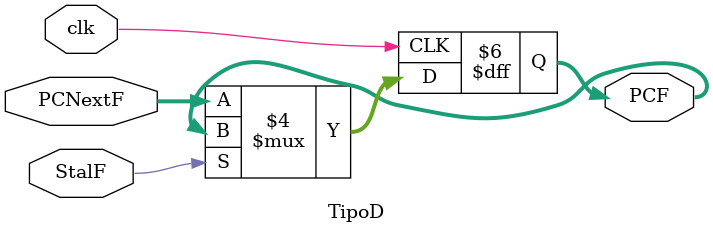
<source format=v>
`timescale 1ns / 1ps
module TipoD(
 input  [4:0]PCNextF,
 input  clk,
 input StalF,
 output reg [4:0]PCF);

initial
    begin
    PCF=5'd0;
    end
    
always@(posedge clk) 
begin
    if(!StalF) begin            //No se si StalF debe estar en 1 o en 0
        PCF <= PCNextF;
    end
end
    



endmodule

</source>
